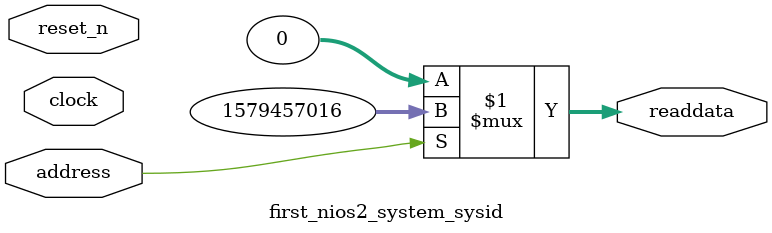
<source format=v>



// synthesis translate_off
`timescale 1ns / 1ps
// synthesis translate_on

// turn off superfluous verilog processor warnings 
// altera message_level Level1 
// altera message_off 10034 10035 10036 10037 10230 10240 10030 

module first_nios2_system_sysid (
               // inputs:
                address,
                clock,
                reset_n,

               // outputs:
                readdata
             )
;

  output  [ 31: 0] readdata;
  input            address;
  input            clock;
  input            reset_n;

  wire    [ 31: 0] readdata;
  //control_slave, which is an e_avalon_slave
  assign readdata = address ? 1579457016 : 0;

endmodule



</source>
